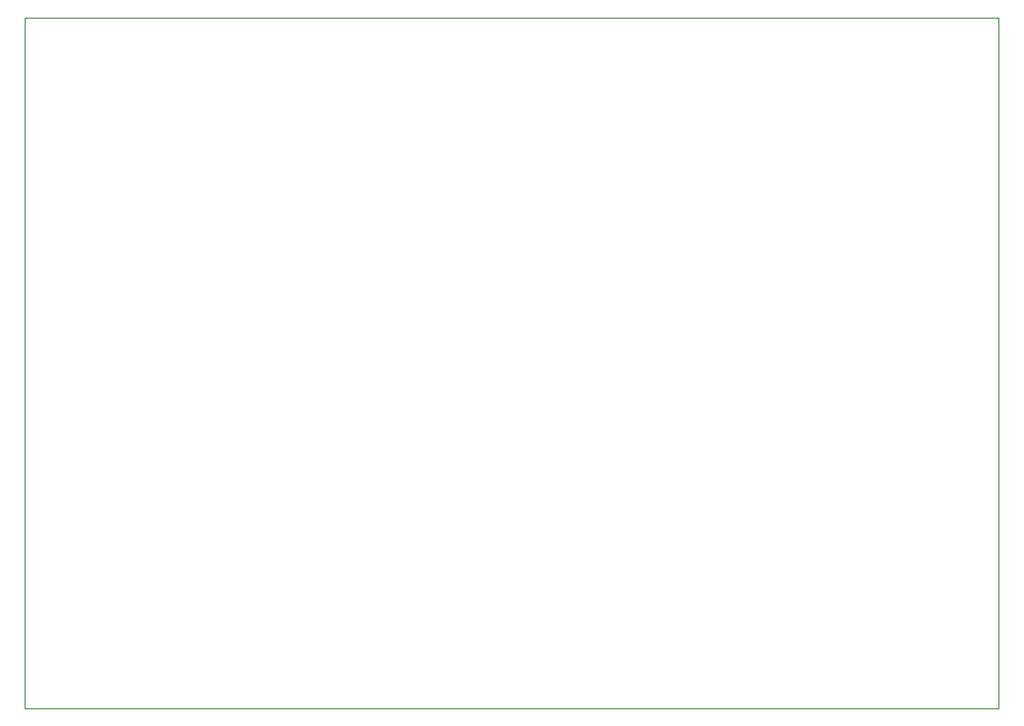
<source format=gko>
G04 Layer_Color=16711935*
%FSLAX44Y44*%
%MOMM*%
G71*
G01*
G75*
%ADD33C,0.1000*%
D33*
X316500Y273920D02*
Y869000D01*
X1154700D01*
Y273920D01*
X316500D01*
M02*

</source>
